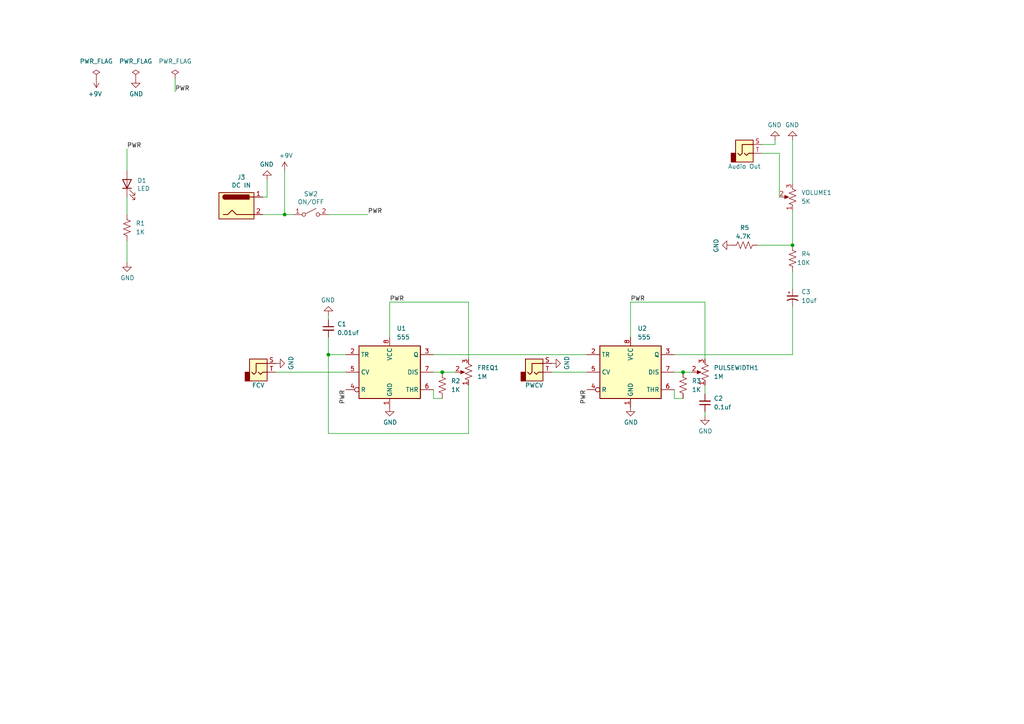
<source format=kicad_sch>
(kicad_sch (version 20211123) (generator eeschema)
  (paper "A4")
  (title_block (title "STP-1000"))
  (lib_symbols
    (symbol "Connector:AudioJack2"
      (property "Reference" "J" (at 0 8.89 0))
      (property "Value" "AudioJack2" (at 0 6.35 0))
      (symbol "AudioJack2_0_1"
        (rectangle (start -3.81 0) (end -2.54 -2.54) (stroke (width 0.254)) (fill (type outline)))
        (rectangle (start -2.54 3.81) (end 2.54 -2.54) (stroke (width 0.254)) (fill (type background)))
        (polyline (pts (xy 0 0) (xy 0.635 -0.635) (xy 1.27 0) (xy 2.54 0)) (stroke (width 0.254)))
        (polyline (pts (xy 2.54 2.54) (xy -0.635 2.54) (xy -0.635 0) (xy -1.27 -0.635) (xy -1.905 0)) (stroke (width 0.254)))
      )
      (symbol "AudioJack2_1_1"
        (pin passive line (at 5.08 2.54 180) (length 2.54) (name "~") (number "S"))
        (pin passive line (at 5.08 0 180) (length 2.54) (name "~") (number "T"))
      )
    )
    (symbol "Connector:Jack-DC" (pin_names (offset 1.016))
      (property "Reference" "J" (at 0 5.334 0))
      (property "Value" "Jack-DC" (at 0 -5.08 0))
      (symbol "Jack-DC_0_1"
        (rectangle (start -5.08 3.81) (end 5.08 -3.81) (stroke (width 0.254)) (fill (type background)))
        (arc (start -3.302 3.175) (mid -3.937 2.54) (end -3.302 1.905) (stroke (width 0.254)))
        (arc (start -3.302 3.175) (mid -3.937 2.54) (end -3.302 1.905) (stroke (width 0.254)) (fill (type outline)))
        (polyline (pts (xy 5.08 2.54) (xy 3.81 2.54)) (stroke (width 0.254)))
        (polyline (pts (xy -3.81 -2.54) (xy -2.54 -2.54) (xy -1.27 -1.27) (xy 0 -2.54) (xy 2.54 -2.54) (xy 5.08 -2.54)) (stroke (width 0.254)))
        (rectangle (start 3.683 3.175) (end -3.302 1.905) (stroke (width 0.254)) (fill (type outline)))
      )
      (symbol "Jack-DC_1_1"
        (pin passive line (at 7.62 2.54 180) (length 2.54) (name "~") (number "1"))
        (pin passive line (at 7.62 -2.54 180) (length 2.54) (name "~") (number "2"))
      )
    )
    (symbol "Device:C_Polarized_Small_US" (pin_numbers hide) (pin_names (offset 0.254) hide)
      (property "Reference" "C" (at 0.254 1.778 0))
      (property "Value" "C_Polarized_Small_US" (at 0.254 -2.032 0))
      (symbol "C_Polarized_Small_US_0_1"
        (polyline (pts (xy -1.524 0.508) (xy 1.524 0.508)) (stroke (width 0.3048)))
        (polyline (pts (xy -1.27 1.524) (xy -0.762 1.524)))
        (polyline (pts (xy -1.016 1.27) (xy -1.016 1.778)))
        (arc (start 1.524 -0.762) (mid 0 -0.3734) (end -1.524 -0.762) (stroke (width 0.3048)))
      )
      (symbol "C_Polarized_Small_US_1_1"
        (pin passive line (at 0 2.54 270) (length 2.032) (name "~") (number "1"))
        (pin passive line (at 0 -2.54 90) (length 2.032) (name "~") (number "2"))
      )
    )
    (symbol "Device:C_Small" (pin_numbers hide) (pin_names (offset 0.254) hide)
      (property "Reference" "C" (at 0.254 1.778 0))
      (property "Value" "C_Small" (at 0.254 -2.032 0))
      (symbol "C_Small_0_1"
        (polyline (pts (xy -1.524 -0.508) (xy 1.524 -0.508)) (stroke (width 0.3302)))
        (polyline (pts (xy -1.524 0.508) (xy 1.524 0.508)) (stroke (width 0.3048)))
      )
      (symbol "C_Small_1_1"
        (pin passive line (at 0 2.54 270) (length 2.032) (name "~") (number "1"))
        (pin passive line (at 0 -2.54 90) (length 2.032) (name "~") (number "2"))
      )
    )
    (symbol "Device:LED" (pin_numbers hide) (pin_names (offset 1.016) hide)
      (property "Reference" "D" (at 0 2.54 0))
      (property "Value" "LED" (at 0 -2.54 0))
      (symbol "LED_0_1"
        (polyline (pts (xy -1.27 -1.27) (xy -1.27 1.27)) (stroke (width 0.254)))
        (polyline (pts (xy -1.27 0) (xy 1.27 0)))
        (polyline (pts (xy 1.27 -1.27) (xy 1.27 1.27) (xy -1.27 0) (xy 1.27 -1.27)) (stroke (width 0.254)))
        (polyline (pts (xy -3.048 -0.762) (xy -4.572 -2.286) (xy -3.81 -2.286) (xy -4.572 -2.286) (xy -4.572 -1.524)))
        (polyline (pts (xy -1.778 -0.762) (xy -3.302 -2.286) (xy -2.54 -2.286) (xy -3.302 -2.286) (xy -3.302 -1.524)))
      )
      (symbol "LED_1_1"
        (pin passive line (at -3.81 0 0) (length 2.54) (name "K") (number "1"))
        (pin passive line (at 3.81 0 180) (length 2.54) (name "A") (number "2"))
      )
    )
    (symbol "Device:R_Potentiometer_US" (pin_names (offset 1.016) hide)
      (property "Reference" "RV" (at -4.445 0 90))
      (property "Value" "R_Potentiometer_US" (at -2.54 0 90))
      (symbol "R_Potentiometer_US_0_1"
        (polyline (pts (xy 0 -2.286) (xy 0 -2.54)))
        (polyline (pts (xy 0 2.54) (xy 0 2.286)))
        (polyline (pts (xy 2.54 0) (xy 1.524 0)))
        (polyline (pts (xy 1.143 0) (xy 2.286 0.508) (xy 2.286 -0.508) (xy 1.143 0)) (fill (type outline)))
        (polyline (pts (xy 0 -0.762) (xy 1.016 -1.143) (xy 0 -1.524) (xy -1.016 -1.905) (xy 0 -2.286)))
        (polyline (pts (xy 0 0.762) (xy 1.016 0.381) (xy 0 0) (xy -1.016 -0.381) (xy 0 -0.762)))
        (polyline (pts (xy 0 2.286) (xy 1.016 1.905) (xy 0 1.524) (xy -1.016 1.143) (xy 0 0.762)))
      )
      (symbol "R_Potentiometer_US_1_1"
        (pin passive line (at 0 3.81 270) (length 1.27) (name "1") (number "1"))
        (pin passive line (at 3.81 0 180) (length 1.27) (name "2") (number "2"))
        (pin passive line (at 0 -3.81 90) (length 1.27) (name "3") (number "3"))
      )
    )
    (symbol "Device:R_US" (pin_numbers hide) (pin_names (offset 0))
      (property "Reference" "R" (at 2.54 0 90))
      (property "Value" "R_US" (at -2.54 0 90))
      (symbol "R_US_0_1"
        (polyline (pts (xy 0 -2.286) (xy 0 -2.54)))
        (polyline (pts (xy 0 2.286) (xy 0 2.54)))
        (polyline (pts (xy 0 -0.762) (xy 1.016 -1.143) (xy 0 -1.524) (xy -1.016 -1.905) (xy 0 -2.286)))
        (polyline (pts (xy 0 0.762) (xy 1.016 0.381) (xy 0 0) (xy -1.016 -0.381) (xy 0 -0.762)))
        (polyline (pts (xy 0 2.286) (xy 1.016 1.905) (xy 0 1.524) (xy -1.016 1.143) (xy 0 0.762)))
      )
      (symbol "R_US_1_1"
        (pin passive line (at 0 3.81 270) (length 1.27) (name "~") (number "1"))
        (pin passive line (at 0 -3.81 90) (length 1.27) (name "~") (number "2"))
      )
    )
    (symbol "Switch:SW_SPST" (pin_names (offset 0) hide)
      (property "Reference" "SW" (at 0 3.175 0))
      (property "Value" "SW_SPST" (at 0 -2.54 0))
      (symbol "SW_SPST_0_0"
        (circle (center -2.032 0) (radius 0.508))
        (polyline (pts (xy -1.524 0.254) (xy 1.524 1.778)))
        (circle (center 2.032 0) (radius 0.508))
      )
      (symbol "SW_SPST_1_1"
        (pin passive line (at -5.08 0 0) (length 2.54) (name "A") (number "1"))
        (pin passive line (at 5.08 0 180) (length 2.54) (name "B") (number "2"))
      )
    )
    (symbol "Timer:LM555xM"
      (property "Reference" "U" (at -10.16 8.89 0))
      (property "Value" "LM555xM" (at 2.54 8.89 0))
      (symbol "LM555xM_0_0"
        (pin power_in line (at 0 -10.16 90) (length 2.54) (name "GND") (number "1"))
        (pin power_in line (at 0 10.16 270) (length 2.54) (name "VCC") (number "8"))
      )
      (symbol "LM555xM_0_1"
        (rectangle (start -8.89 -7.62) (end 8.89 7.62) (stroke (width 0.254)) (fill (type background)))
        (rectangle (start -8.89 -7.62) (end 8.89 7.62) (stroke (width 0.254)) (fill (type background)))
      )
      (symbol "LM555xM_1_1"
        (pin input line (at -12.7 5.08 0) (length 3.81) (name "TR") (number "2"))
        (pin output line (at 12.7 5.08 180) (length 3.81) (name "Q") (number "3"))
        (pin input inverted (at -12.7 -5.08 0) (length 3.81) (name "R") (number "4"))
        (pin input line (at -12.7 0 0) (length 3.81) (name "CV") (number "5"))
        (pin input line (at 12.7 -5.08 180) (length 3.81) (name "THR") (number "6"))
        (pin input line (at 12.7 0 180) (length 3.81) (name "DIS") (number "7"))
      )
    )
    (symbol "power:+9V" (power) (pin_names (offset 0))
      (property "Value" "+9V" (at 0 3.556 0))
      (symbol "+9V_0_1"
        (polyline (pts (xy -0.762 1.27) (xy 0 2.54)))
        (polyline (pts (xy 0 0) (xy 0 2.54)))
        (polyline (pts (xy 0 2.54) (xy 0.762 1.27)))
      )
      (symbol "+9V_1_1"
        (pin power_in line (at 0 0 90) (length 0) hide (name "+9V") (number "1"))
      )
    )
    (symbol "power:GND" (power) (pin_names (offset 0))
      (property "Value" "GND" (at 0 -3.81 0))
      (symbol "GND_0_1"
        (polyline (pts (xy 0 0) (xy 0 -1.27) (xy 1.27 -1.27) (xy 0 -2.54) (xy -1.27 -1.27) (xy 0 -1.27)))
      )
      (symbol "GND_1_1"
        (pin power_in line (at 0 0 270) (length 0) hide (name "GND") (number "1"))
      )
    )
    (symbol "power:PWR_FLAG" (power) (pin_numbers hide) (pin_names (offset 0) hide)
      (property "Value" "PWR_FLAG" (at 0 3.81 0))
      (symbol "PWR_FLAG_0_0"
        (pin power_out line (at 0 0 90) (length 0) (name "pwr") (number "1"))
      )
      (symbol "PWR_FLAG_0_1"
        (polyline (pts (xy 0 0) (xy 0 1.27) (xy -1.016 1.905) (xy 0 2.54) (xy 1.016 1.905) (xy 0 1.27)))
      )
    )
  )
  (junction (at 229.87 71.12))
  (junction (at 128.27 107.95))
  (junction (at 82.55 62.23))
  (junction (at 198.12 107.95))
  (junction (at 95.25 102.87))
  (wire (pts (xy 95.25 97.79) (xy 95.25 102.87)))
  (wire (pts (xy 76.2 57.15) (xy 77.47 57.15)))
  (wire (pts (xy 95.25 102.87) (xy 95.25 125.73)))
  (wire (pts (xy 220.98 41.91) (xy 224.79 41.91)))
  (wire (pts (xy 82.55 62.23) (xy 85.09 62.23)))
  (wire (pts (xy 195.58 113.03) (xy 195.58 115.57)))
  (wire (pts (xy 125.73 102.87) (xy 170.18 102.87)))
  (wire (pts (xy 229.87 78.74) (xy 229.87 83.82)))
  (wire (pts (xy 195.58 107.95) (xy 198.12 107.95)))
  (wire (pts (xy 95.25 91.44) (xy 95.25 92.71)))
  (wire (pts (xy 125.73 115.57) (xy 128.27 115.57)))
  (wire (pts (xy 125.73 113.03) (xy 125.73 115.57)))
  (wire (pts (xy 36.83 57.15) (xy 36.83 62.23)))
  (wire (pts (xy 229.87 60.96) (xy 229.87 71.12)))
  (wire (pts (xy 195.58 102.87) (xy 229.87 102.87)))
  (wire (pts (xy 95.25 125.73) (xy 135.89 125.73)))
  (wire (pts (xy 204.47 120.65) (xy 204.47 119.38)))
  (wire (pts (xy 224.79 41.91) (xy 224.79 40.64)))
  (wire (pts (xy 229.87 102.87) (xy 229.87 88.9)))
  (wire (pts (xy 182.88 87.63) (xy 182.88 97.79)))
  (wire (pts (xy 113.03 87.63) (xy 135.89 87.63)))
  (wire (pts (xy 220.98 44.45) (xy 226.06 44.45)))
  (wire (pts (xy 204.47 111.76) (xy 204.47 114.3)))
  (wire (pts (xy 226.06 44.45) (xy 226.06 57.15)))
  (wire (pts (xy 135.89 104.14) (xy 135.89 87.63)))
  (wire (pts (xy 128.27 107.95) (xy 132.08 107.95)))
  (wire (pts (xy 50.8 22.86) (xy 50.8 26.67)))
  (wire (pts (xy 204.47 87.63) (xy 182.88 87.63)))
  (wire (pts (xy 36.83 43.18) (xy 36.83 49.53)))
  (wire (pts (xy 219.71 71.12) (xy 229.87 71.12)))
  (wire (pts (xy 77.47 57.15) (xy 77.47 52.07)))
  (wire (pts (xy 204.47 87.63) (xy 204.47 104.14)))
  (wire (pts (xy 82.55 49.53) (xy 82.55 62.23)))
  (wire (pts (xy 80.01 107.95) (xy 100.33 107.95)))
  (wire (pts (xy 135.89 111.76) (xy 135.89 125.73)))
  (wire (pts (xy 36.83 69.85) (xy 36.83 76.2)))
  (wire (pts (xy 113.03 87.63) (xy 113.03 97.79)))
  (wire (pts (xy 95.25 62.23) (xy 106.68 62.23)))
  (wire (pts (xy 125.73 107.95) (xy 128.27 107.95)))
  (wire (pts (xy 195.58 115.57) (xy 198.12 115.57)))
  (wire (pts (xy 229.87 40.64) (xy 229.87 53.34)))
  (wire (pts (xy 76.2 62.23) (xy 82.55 62.23)))
  (wire (pts (xy 198.12 107.95) (xy 200.66 107.95)))
  (wire (pts (xy 95.25 102.87) (xy 100.33 102.87)))
  (wire (pts (xy 160.02 107.95) (xy 170.18 107.95)))
  (label "PWR" (at 100.33 113.03 270))
  (label "PWR" (at 170.18 113.03 270))
  (label "PWR" (at 182.88 87.63 0))
  (label "PWR" (at 106.68 62.23 0))
  (label "PWR" (at 50.8 26.67 0))
  (label "PWR" (at 36.83 43.18 0))
  (label "PWR" (at 113.03 87.63 0))
  (symbol (lib_id "Device:R_US") (at 36.83 66.04 180) (unit 1)
    (property "Reference" "R1" (at 39.37 64.77 0) (effects (justify right)))
    (property "Value" "1K" (at 39.37 67.31 0) (effects (justify right)))
    (property "Footprint" "Resistor_THT:R_Axial_DIN0207_L6.3mm_D2.5mm_P10.16mm_Horizontal" (effects hide))
  )
  (symbol (lib_id "power:GND") (at 95.25 91.44 180) (unit 1)
    (property "Reference" "#PWR03" (effects hide))
    (property "Value" "GND" (at 95.123 87.0458 0))
  )
  (symbol (lib_id "power:GND") (at 80.01 105.41 90) (unit 1)
    (property "Reference" "#PWR02" (effects hide))
    (property "Value" "GND" (at 84.4042 105.283 0))
  )
  (symbol (lib_id "power:PWR_FLAG") (at 39.37 22.86 0) (unit 1)
    (property "Reference" "#FLG0102" (effects hide))
    (property "Value" "PWR_FLAG" (at 39.37 17.78 0))
  )
  (symbol (lib_id "Device:C_Polarized_Small_US") (at 229.87 86.36 0) (unit 1)
    (property "Reference" "C3" (at 232.41 84.6581 0) (effects (justify left)))
    (property "Value" "10uf" (at 232.41 87.1981 0) (effects (justify left)))
    (property "Footprint" "Capacitor_THT:CP_Radial_D5.0mm_P2.50mm" (effects hide))
  )
  (symbol (lib_id "power:PWR_FLAG") (at 27.94 22.86 0) (unit 1)
    (property "Reference" "#FLG0101" (effects hide))
    (property "Value" "PWR_FLAG" (at 27.94 17.78 0))
  )
  (symbol (lib_id "power:GND") (at 229.87 40.64 180) (unit 1)
    (property "Reference" "#PWR09" (effects hide))
    (property "Value" "GND" (at 229.743 36.2458 0))
  )
  (symbol (lib_id "Device:LED") (at 36.83 53.34 90) (unit 1)
    (property "Reference" "D1" (at 39.8018 52.3748 90) (effects (justify right)))
    (property "Value" "LED" (at 39.8018 54.6862 90) (effects (justify right)))
    (property "Footprint" "LED_THT:LED_D3.0mm" (effects hide))
  )
  (symbol (lib_id "Connector:Jack-DC") (at 68.58 59.69 0) (unit 1)
    (property "Reference" "J3" (at 69.977 51.435 0))
    (property "Value" "DC IN" (at 69.977 53.7464 0))
    (property "Footprint" "Connector_Wire:SolderWire-0.5sqmm_1x02_P4.6mm_D0.9mm_OD2.1mm" (effects hide))
  )
  (symbol (lib_id "Timer:LM555xM") (at 182.88 107.95 0) (unit 1)
    (property "Reference" "U2" (at 184.8994 95.25 0) (effects (justify left)))
    (property "Value" "555" (at 184.8994 97.79 0) (effects (justify left)))
    (property "Footprint" "Package_DIP:DIP-8_W7.62mm" (effects hide))
    (property "Datasheet" "http://www.ti.com/lit/ds/symlink/lm555.pdf" (effects hide))
  )
  (symbol (lib_id "Device:R_Potentiometer_US") (at 204.47 107.95 180) (unit 1)
    (property "Reference" "PULSEWIDTH1" (at 207.01 106.6799 0) (effects (justify right)))
    (property "Value" "1M" (at 207.01 109.2199 0) (effects (justify right)))
    (property "Footprint" "Connector_Wire:SolderWire-0.5sqmm_1x03_P4.6mm_D0.9mm_OD2.1mm" (effects hide))
  )
  (symbol (lib_id "Device:C_Small") (at 95.25 95.25 0) (unit 1)
    (property "Reference" "C1" (at 97.79 93.9862 0) (effects (justify left)))
    (property "Value" "0.01uf" (at 97.79 96.5262 0) (effects (justify left)))
    (property "Footprint" "Capacitor_THT:C_Disc_D4.3mm_W1.9mm_P5.00mm" (effects hide))
  )
  (symbol (lib_id "power:GND") (at 77.47 52.07 180) (unit 1)
    (property "Reference" "#PWR0101" (effects hide))
    (property "Value" "GND" (at 77.343 47.6758 0))
  )
  (symbol (lib_id "Timer:LM555xM") (at 113.03 107.95 0) (unit 1)
    (property "Reference" "U1" (at 115.0494 95.25 0) (effects (justify left)))
    (property "Value" "555" (at 115.0494 97.79 0) (effects (justify left)))
    (property "Footprint" "Package_DIP:DIP-8_W7.62mm" (effects hide))
    (property "Datasheet" "http://www.ti.com/lit/ds/symlink/lm555.pdf" (effects hide))
  )
  (symbol (lib_id "Device:R_US") (at 128.27 111.76 180) (unit 1)
    (property "Reference" "R2" (at 130.81 110.4899 0) (effects (justify right)))
    (property "Value" "1K" (at 130.81 113.0299 0) (effects (justify right)))
    (property "Footprint" "Resistor_THT:R_Axial_DIN0207_L6.3mm_D2.5mm_P10.16mm_Horizontal" (effects hide))
  )
  (symbol (lib_id "power:PWR_FLAG") (at 50.8 22.86 0) (unit 1)
    (property "Reference" "#FLG0103" (effects hide))
    (property "Value" "PWR_FLAG" (at 50.8 17.78 0))
  )
  (symbol (lib_id "Device:R_Potentiometer_US") (at 229.87 57.15 180) (unit 1)
    (property "Reference" "VOLUME1" (at 232.41 55.8799 0) (effects (justify right)))
    (property "Value" "5K" (at 232.41 58.4199 0) (effects (justify right)))
    (property "Footprint" "Connector_Wire:SolderWire-0.5sqmm_1x03_P4.6mm_D0.9mm_OD2.1mm" (effects hide))
  )
  (symbol (lib_id "Connector:AudioJack2") (at 215.9 44.45 0) (unit 1)
    (property "Reference" "J4" (effects hide))
    (property "Value" "Audio Out" (at 215.9 48.26 0))
    (property "Footprint" "Connector_Wire:SolderWire-0.5sqmm_1x02_P4.6mm_D0.9mm_OD2.1mm" (effects hide))
  )
  (symbol (lib_id "Connector:AudioJack2") (at 154.94 107.95 0) (unit 1)
    (property "Reference" "J2" (effects hide))
    (property "Value" "PWCV" (at 154.94 111.76 0))
    (property "Footprint" "Connector_Wire:SolderWire-0.5sqmm_1x02_P4.6mm_D0.9mm_OD2.1mm" (effects hide))
  )
  (symbol (lib_id "power:GND") (at 36.83 76.2 0) (unit 1)
    (property "Reference" "#PWR01" (effects hide))
    (property "Value" "GND" (at 36.957 80.5942 0))
  )
  (symbol (lib_id "power:+9V") (at 82.55 49.53 0) (unit 1)
    (property "Reference" "#PWR0102" (effects hide))
    (property "Value" "+9V" (at 82.931 45.1358 0))
  )
  (symbol (lib_id "power:GND") (at 204.47 120.65 0) (unit 1)
    (property "Reference" "#PWR0103" (effects hide))
    (property "Value" "GND" (at 204.597 125.0442 0))
  )
  (symbol (lib_id "power:GND") (at 182.88 118.11 0) (unit 1)
    (property "Reference" "#PWR06" (effects hide))
    (property "Value" "GND" (at 183.007 122.5042 0))
  )
  (symbol (lib_id "power:GND") (at 39.37 22.86 0) (unit 1)
    (property "Reference" "#PWR_FLAG0102" (effects hide))
    (property "Value" "GND" (at 39.497 27.2542 0))
  )
  (symbol (lib_id "power:GND") (at 113.03 118.11 0) (unit 1)
    (property "Reference" "#PWR04" (effects hide))
    (property "Value" "GND" (at 113.157 122.5042 0))
  )
  (symbol (lib_id "power:GND") (at 212.09 71.12 270) (unit 1)
    (property "Reference" "#PWR07" (effects hide))
    (property "Value" "GND" (at 207.6958 71.247 0))
  )
  (symbol (lib_id "Device:R_US") (at 198.12 111.76 180) (unit 1)
    (property "Reference" "R3" (at 200.66 110.4899 0) (effects (justify right)))
    (property "Value" "1K" (at 200.66 113.0299 0) (effects (justify right)))
    (property "Footprint" "Resistor_THT:R_Axial_DIN0207_L6.3mm_D2.5mm_P10.16mm_Horizontal" (effects hide))
  )
  (symbol (lib_id "Device:R_US") (at 229.87 74.93 180) (unit 1)
    (property "Reference" "R4" (at 232.41 73.66 0) (effects (justify right)))
    (property "Value" "10K" (at 231.14 76.2 0) (effects (justify right)))
    (property "Footprint" "Resistor_THT:R_Axial_DIN0207_L6.3mm_D2.5mm_P10.16mm_Horizontal" (effects hide))
  )
  (symbol (lib_id "power:GND") (at 160.02 105.41 90) (unit 1)
    (property "Reference" "#PWR05" (effects hide))
    (property "Value" "GND" (at 164.4142 105.283 0))
  )
  (symbol (lib_id "Connector:AudioJack2") (at 74.93 107.95 0) (unit 1)
    (property "Reference" "J1" (effects hide))
    (property "Value" "FCV" (at 74.93 111.76 0))
    (property "Footprint" "Connector_Wire:SolderWire-0.5sqmm_1x02_P4.6mm_D0.9mm_OD2.1mm" (effects hide))
  )
  (symbol (lib_id "Device:R_Potentiometer_US") (at 135.89 107.95 180) (unit 1)
    (property "Reference" "FREQ1" (at 138.43 106.6799 0) (effects (justify right)))
    (property "Value" "1M" (at 138.43 109.2199 0) (effects (justify right)))
    (property "Footprint" "Connector_Wire:SolderWire-0.5sqmm_1x03_P4.6mm_D0.9mm_OD2.1mm" (effects hide))
  )
  (symbol (lib_id "power:GND") (at 224.79 40.64 180) (unit 1)
    (property "Reference" "#PWR08" (effects hide))
    (property "Value" "GND" (at 224.663 36.2458 0))
  )
  (symbol (lib_id "power:+9V") (at 27.94 22.86 180) (unit 1)
    (property "Reference" "#PWR0109" (effects hide))
    (property "Value" "+9V" (at 27.559 27.2542 0))
  )
  (symbol (lib_id "Switch:SW_SPST") (at 90.17 62.23 0) (unit 1)
    (property "Reference" "SW2" (at 90.17 56.261 0))
    (property "Value" "ON/OFF" (at 90.17 58.5724 0))
    (property "Footprint" "Connector_Wire:SolderWire-0.5sqmm_1x02_P4.6mm_D0.9mm_OD2.1mm" (effects hide))
  )
  (symbol (lib_id "Device:C_Small") (at 204.47 116.84 180) (unit 1)
    (property "Reference" "C2" (at 207.01 115.5635 0) (effects (justify right)))
    (property "Value" "0.1uf" (at 207.01 118.1035 0) (effects (justify right)))
    (property "Footprint" "Capacitor_THT:C_Disc_D4.3mm_W1.9mm_P5.00mm" (effects hide))
  )
  (symbol (lib_id "Device:R_US") (at 215.9 71.12 90) (unit 1)
    (property "Reference" "R5" (at 214.63 66.04 90) (effects (justify right)))
    (property "Value" "4.7K" (at 213.36 68.58 90) (effects (justify right)))
    (property "Footprint" "Resistor_THT:R_Axial_DIN0207_L6.3mm_D2.5mm_P10.16mm_Horizontal" (effects hide))
  )
)
</source>
